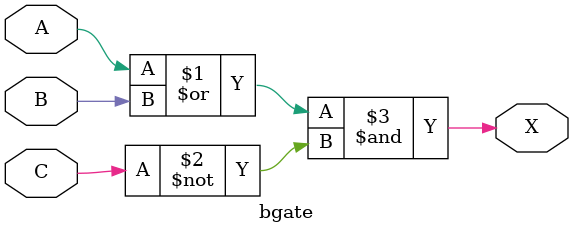
<source format=v>
module bgate(A, B, C, X);
  input A, B, C;
  output X;
  assign X = (A | B) & ~C;
endmodule
</source>
